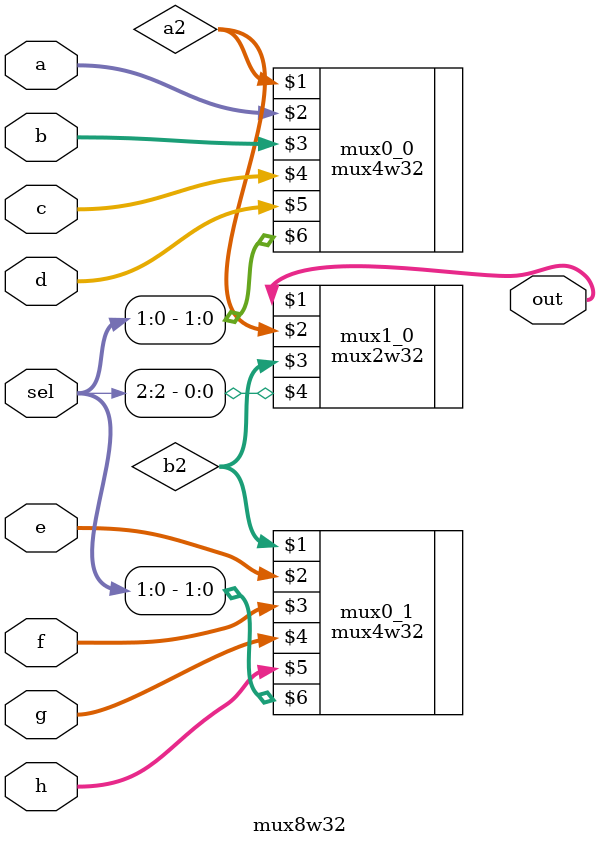
<source format=v>
module mux8w32(
out,
a, //000
b, //001
c, //010
d, //011
e, //100
f, //101
g, //110
h, //111
sel);

//input
input wire [31:0] a;
input wire [31:0] b;
input wire [31:0] c;
input wire [31:0] d;

input wire [31:0] e;
input wire [31:0] f;
input wire [31:0] g;
input wire [31:0] h;

input wire [2:0] sel;
//output
output wire [31:0] out;
//intermediate
wire [31:0] a2;
wire [31:0] b2;

mux4w32 mux0_0(a2,a,b,c,d,sel[1:0]);
mux4w32 mux0_1(b2,e,f,g,h,sel[1:0]);
mux2w32 mux1_0(out,a2,b2,sel[2]);
endmodule


</source>
